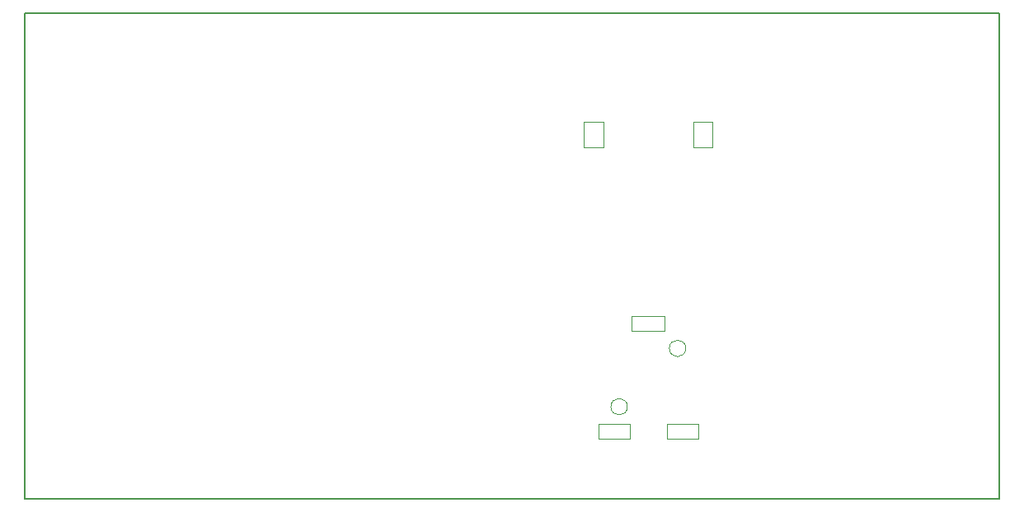
<source format=gbr>
%TF.GenerationSoftware,KiCad,Pcbnew,6.0.2+dfsg-1*%
%TF.CreationDate,2024-02-19T13:24:52+02:00*%
%TF.ProjectId,rpi_pico_si5351,7270695f-7069-4636-9f5f-736935333531,rev?*%
%TF.SameCoordinates,Original*%
%TF.FileFunction,Profile,NP*%
%FSLAX46Y46*%
G04 Gerber Fmt 4.6, Leading zero omitted, Abs format (unit mm)*
G04 Created by KiCad (PCBNEW 6.0.2+dfsg-1) date 2024-02-19 13:24:52*
%MOMM*%
%LPD*%
G01*
G04 APERTURE LIST*
%TA.AperFunction,Profile*%
%ADD10C,0.150000*%
%TD*%
%TA.AperFunction,Profile*%
%ADD11C,0.100000*%
%TD*%
G04 APERTURE END LIST*
D10*
X30000000Y-25000000D02*
X130000000Y-25000000D01*
X130000000Y-25000000D02*
X130000000Y-75000000D01*
X30000000Y-75000000D02*
X130000000Y-75000000D01*
X30000000Y-25000000D02*
X30000000Y-75000000D01*
D11*
%TO.C,SW2*%
X87400000Y-36200000D02*
X89400000Y-36200000D01*
X89400000Y-36200000D02*
X89400000Y-38800000D01*
X89400000Y-38800000D02*
X87400000Y-38800000D01*
X87400000Y-38800000D02*
X87400000Y-36200000D01*
X98600000Y-36200000D02*
X100600000Y-36200000D01*
X100600000Y-36200000D02*
X100600000Y-38800000D01*
X100600000Y-38800000D02*
X98600000Y-38800000D01*
X98600000Y-38800000D02*
X98600000Y-36200000D01*
%TO.C,SW1*%
X95900000Y-67300000D02*
X99100000Y-67300000D01*
X99100000Y-67300000D02*
X99100000Y-68800000D01*
X99100000Y-68800000D02*
X95900000Y-68800000D01*
X95900000Y-68800000D02*
X95900000Y-67300000D01*
X92300000Y-56200000D02*
X95700000Y-56200000D01*
X95700000Y-56200000D02*
X95700000Y-57700000D01*
X95700000Y-57700000D02*
X92300000Y-57700000D01*
X92300000Y-57700000D02*
X92300000Y-56200000D01*
X88900000Y-67300000D02*
X92100000Y-67300000D01*
X92100000Y-67300000D02*
X92100000Y-68800000D01*
X92100000Y-68800000D02*
X88900000Y-68800000D01*
X88900000Y-68800000D02*
X88900000Y-67300000D01*
X97850000Y-59500000D02*
G75*
G03*
X97850000Y-59500000I-850000J0D01*
G01*
X91850000Y-65500000D02*
G75*
G03*
X91850000Y-65500000I-850000J0D01*
G01*
%TD*%
M02*

</source>
